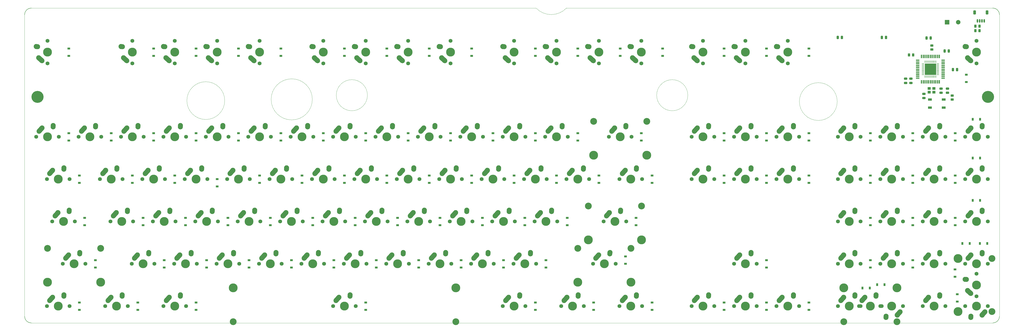
<source format=gbs>
%TF.GenerationSoftware,KiCad,Pcbnew,5.99.0-unknown-ae51e60f70~131~ubuntu21.10.1*%
%TF.CreationDate,2021-09-28T20:20:33-04:00*%
%TF.ProjectId,aek,61656b2e-6b69-4636-9164-5f7063625858,rev?*%
%TF.SameCoordinates,Original*%
%TF.FileFunction,Soldermask,Bot*%
%TF.FilePolarity,Negative*%
%FSLAX46Y46*%
G04 Gerber Fmt 4.6, Leading zero omitted, Abs format (unit mm)*
G04 Created by KiCad (PCBNEW 5.99.0-unknown-ae51e60f70~131~ubuntu21.10.1) date 2021-09-28 20:20:33*
%MOMM*%
%LPD*%
G01*
G04 APERTURE LIST*
G04 Aperture macros list*
%AMRoundRect*
0 Rectangle with rounded corners*
0 $1 Rounding radius*
0 $2 $3 $4 $5 $6 $7 $8 $9 X,Y pos of 4 corners*
0 Add a 4 corners polygon primitive as box body*
4,1,4,$2,$3,$4,$5,$6,$7,$8,$9,$2,$3,0*
0 Add four circle primitives for the rounded corners*
1,1,$1+$1,$2,$3*
1,1,$1+$1,$4,$5*
1,1,$1+$1,$6,$7*
1,1,$1+$1,$8,$9*
0 Add four rect primitives between the rounded corners*
20,1,$1+$1,$2,$3,$4,$5,0*
20,1,$1+$1,$4,$5,$6,$7,0*
20,1,$1+$1,$6,$7,$8,$9,0*
20,1,$1+$1,$8,$9,$2,$3,0*%
%AMHorizOval*
0 Thick line with rounded ends*
0 $1 width*
0 $2 $3 position (X,Y) of the first rounded end (center of the circle)*
0 $4 $5 position (X,Y) of the second rounded end (center of the circle)*
0 Add line between two ends*
20,1,$1,$2,$3,$4,$5,0*
0 Add two circle primitives to create the rounded ends*
1,1,$1,$2,$3*
1,1,$1,$4,$5*%
G04 Aperture macros list end*
%TA.AperFunction,Profile*%
%ADD10C,0.150000*%
%TD*%
%TA.AperFunction,Profile*%
%ADD11C,0.050000*%
%TD*%
%ADD12C,5.400000*%
%ADD13C,3.987800*%
%ADD14C,1.750000*%
%ADD15HorizOval,2.250000X0.655001X0.730000X-0.655001X-0.730000X0*%
%ADD16C,2.250000*%
%ADD17HorizOval,2.250000X0.020000X0.290000X-0.020000X-0.290000X0*%
%ADD18C,3.048000*%
%ADD19HorizOval,2.250000X-0.730000X0.655001X0.730000X-0.655001X0*%
%ADD20HorizOval,2.250000X-0.290000X0.020000X0.290000X-0.020000X0*%
%ADD21HorizOval,2.250000X-0.655001X-0.730000X0.655001X0.730000X0*%
%ADD22HorizOval,2.250000X-0.020000X-0.290000X0.020000X0.290000X0*%
%ADD23R,1.200000X0.900000*%
%ADD24RoundRect,0.250000X0.250000X0.475000X-0.250000X0.475000X-0.250000X-0.475000X0.250000X-0.475000X0*%
%ADD25RoundRect,0.250000X-0.450000X0.262500X-0.450000X-0.262500X0.450000X-0.262500X0.450000X0.262500X0*%
%ADD26R,1.800000X1.100000*%
%ADD27RoundRect,0.250000X-0.475000X0.250000X-0.475000X-0.250000X0.475000X-0.250000X0.475000X0.250000X0*%
%ADD28RoundRect,0.250000X-0.250000X-0.475000X0.250000X-0.475000X0.250000X0.475000X-0.250000X0.475000X0*%
%ADD29RoundRect,0.250000X0.475000X-0.250000X0.475000X0.250000X-0.475000X0.250000X-0.475000X-0.250000X0*%
%ADD30R,0.900000X1.200000*%
%ADD31RoundRect,0.150000X-0.150000X-0.625000X0.150000X-0.625000X0.150000X0.625000X-0.150000X0.625000X0*%
%ADD32RoundRect,0.250000X-0.350000X-0.650000X0.350000X-0.650000X0.350000X0.650000X-0.350000X0.650000X0*%
%ADD33RoundRect,0.250000X0.450000X-0.262500X0.450000X0.262500X-0.450000X0.262500X-0.450000X-0.262500X0*%
%ADD34RoundRect,0.250000X0.262500X0.450000X-0.262500X0.450000X-0.262500X-0.450000X0.262500X-0.450000X0*%
%ADD35R,1.500000X0.550000*%
%ADD36RoundRect,0.062500X0.475000X0.062500X-0.475000X0.062500X-0.475000X-0.062500X0.475000X-0.062500X0*%
%ADD37RoundRect,0.062500X0.062500X0.475000X-0.062500X0.475000X-0.062500X-0.475000X0.062500X-0.475000X0*%
%ADD38R,0.550000X1.500000*%
%ADD39R,5.200000X5.200000*%
%ADD40R,1.400000X1.200000*%
%ADD41RoundRect,0.250000X-0.262500X-0.450000X0.262500X-0.450000X0.262500X0.450000X-0.262500X0.450000X0*%
%ADD42R,2.000000X2.000000*%
%ADD43C,2.000000*%
G04 APERTURE END LIST*
D10*
X456882500Y-153432000D02*
G75*
G02*
X453834500Y-156480000I-3048000J0D01*
G01*
X18986500Y-17780000D02*
G75*
G02*
X22034500Y-14732000I3048000J0D01*
G01*
X22034500Y-156480000D02*
G75*
G02*
X18986500Y-153432000I0J3048000D01*
G01*
D11*
X22034500Y-156480000D02*
X453834500Y-156480000D01*
X456882500Y-153432000D02*
X456882500Y-17780000D01*
X18986500Y-17780000D02*
X18986500Y-153432000D01*
X172986500Y-53980000D02*
G75*
G03*
X172986500Y-53980000I-7000000J0D01*
G01*
X148236500Y-55850000D02*
G75*
G03*
X148236500Y-55850000I-9250000J0D01*
G01*
X248692001Y-14731999D02*
X22034500Y-14732000D01*
X262407999Y-14731999D02*
X453834500Y-14732000D01*
X108885512Y-56400000D02*
G75*
G03*
X108885512Y-56400000I-8500000J0D01*
G01*
X262407998Y-14731999D02*
G75*
G02*
X248692001Y-14731999I-6857998J6496633D01*
G01*
X316886500Y-53980000D02*
G75*
G03*
X316886500Y-53980000I-7000000J0D01*
G01*
X383985512Y-56830000D02*
G75*
G03*
X383985512Y-56830000I-8500000J0D01*
G01*
D10*
X453834500Y-14732000D02*
G75*
G02*
X456882500Y-17780000I0J-3048000D01*
G01*
D12*
%TO.C,H2*%
X451698000Y-54734000D03*
%TD*%
D13*
%TO.C,SW_0*%
X219837000Y-72707500D03*
D14*
X224917000Y-72707500D03*
X214757000Y-72707500D03*
D15*
X216682001Y-69437500D03*
D16*
X217337000Y-68707500D03*
X222377000Y-67627500D03*
D17*
X222357000Y-67917500D03*
%TD*%
D13*
%TO.C,SW_1*%
X48387000Y-72707500D03*
D14*
X43307000Y-72707500D03*
X53467000Y-72707500D03*
D15*
X45232001Y-69437500D03*
D16*
X45887000Y-68707500D03*
X50927000Y-67627500D03*
D17*
X50907000Y-67917500D03*
%TD*%
D13*
%TO.C,SW_2*%
X67437000Y-72707500D03*
D14*
X62357000Y-72707500D03*
X72517000Y-72707500D03*
D16*
X64937000Y-68707500D03*
D15*
X64282001Y-69437500D03*
D17*
X69957000Y-67917500D03*
D16*
X69977000Y-67627500D03*
%TD*%
D14*
%TO.C,SW_3*%
X81407000Y-72707500D03*
D13*
X86487000Y-72707500D03*
D14*
X91567000Y-72707500D03*
D15*
X83332001Y-69437500D03*
D16*
X83987000Y-68707500D03*
X89027000Y-67627500D03*
D17*
X89007000Y-67917500D03*
%TD*%
D13*
%TO.C,SW_6*%
X143637000Y-72707500D03*
D14*
X138557000Y-72707500D03*
X148717000Y-72707500D03*
D15*
X140482001Y-69437500D03*
D16*
X141137000Y-68707500D03*
D17*
X146157000Y-67917500D03*
D16*
X146177000Y-67627500D03*
%TD*%
D14*
%TO.C,SW_7*%
X167767000Y-72707500D03*
D13*
X162687000Y-72707500D03*
D14*
X157607000Y-72707500D03*
D15*
X159532001Y-69437500D03*
D16*
X160187000Y-68707500D03*
X165227000Y-67627500D03*
D17*
X165207000Y-67917500D03*
%TD*%
D13*
%TO.C,SW_8*%
X181737000Y-72707500D03*
D14*
X186817000Y-72707500D03*
X176657000Y-72707500D03*
D15*
X178582001Y-69437500D03*
D16*
X179237000Y-68707500D03*
X184277000Y-67627500D03*
D17*
X184257000Y-67917500D03*
%TD*%
D14*
%TO.C,SW_9*%
X195707000Y-72707500D03*
D13*
X200787000Y-72707500D03*
D14*
X205867000Y-72707500D03*
D16*
X198287000Y-68707500D03*
D15*
X197632001Y-69437500D03*
D16*
X203327000Y-67627500D03*
D17*
X203307000Y-67917500D03*
%TD*%
D13*
%TO.C,SW_A1*%
X62674500Y-110807500D03*
D14*
X67754500Y-110807500D03*
X57594500Y-110807500D03*
D16*
X60174500Y-106807500D03*
D15*
X59519501Y-107537500D03*
D17*
X65194500Y-106017500D03*
D16*
X65214500Y-105727500D03*
%TD*%
D14*
%TO.C,SW_APOS1*%
X258254500Y-110807500D03*
D13*
X253174500Y-110807500D03*
D14*
X248094500Y-110807500D03*
D16*
X250674500Y-106807500D03*
D15*
X250019501Y-107537500D03*
D17*
X255694500Y-106017500D03*
D16*
X255714500Y-105727500D03*
%TD*%
D14*
%TO.C,SW_B1*%
X153479500Y-129857500D03*
X143319500Y-129857500D03*
D13*
X148399500Y-129857500D03*
D16*
X145899500Y-125857500D03*
D15*
X145244501Y-126587500D03*
D17*
X150919500Y-125067500D03*
D16*
X150939500Y-124777500D03*
%TD*%
D14*
%TO.C,SW_BACKSP1*%
X291592000Y-72707500D03*
D18*
X274574000Y-65722500D03*
D13*
X274574000Y-80962500D03*
X286512000Y-72707500D03*
D14*
X281432000Y-72707500D03*
D18*
X298450000Y-65722500D03*
D13*
X298450000Y-80962500D03*
D16*
X284012000Y-68707500D03*
D15*
X283357001Y-69437500D03*
D17*
X289032000Y-67917500D03*
D16*
X289052000Y-67627500D03*
%TD*%
D14*
%TO.C,SW_BKSLS1*%
X296354500Y-91757500D03*
D13*
X291274500Y-91757500D03*
D14*
X286194500Y-91757500D03*
D16*
X288774500Y-87757500D03*
D15*
X288119501Y-88487500D03*
D17*
X293794500Y-86967500D03*
D16*
X293814500Y-86677500D03*
%TD*%
D14*
%TO.C,SW_C1*%
X115379500Y-129857500D03*
X105219500Y-129857500D03*
D13*
X110299500Y-129857500D03*
D16*
X107799500Y-125857500D03*
D15*
X107144501Y-126587500D03*
D16*
X112839500Y-124777500D03*
D17*
X112819500Y-125067500D03*
%TD*%
D14*
%TO.C,SW_CAP1*%
X41560750Y-110807500D03*
D13*
X36480750Y-110807500D03*
D14*
X31400750Y-110807500D03*
D16*
X33980750Y-106807500D03*
D15*
X33325751Y-107537500D03*
D17*
X39000750Y-106017500D03*
D16*
X39020750Y-105727500D03*
%TD*%
D13*
%TO.C,SW_COLON1*%
X234124500Y-110807500D03*
D14*
X229044500Y-110807500D03*
X239204500Y-110807500D03*
D15*
X230969501Y-107537500D03*
D16*
X231624500Y-106807500D03*
X236664500Y-105727500D03*
D17*
X236644500Y-106017500D03*
%TD*%
D13*
%TO.C,SW_COMMA1*%
X205549500Y-129857500D03*
D14*
X200469500Y-129857500D03*
X210629500Y-129857500D03*
D16*
X203049500Y-125857500D03*
D15*
X202394501Y-126587500D03*
D16*
X208089500Y-124777500D03*
D17*
X208069500Y-125067500D03*
%TD*%
D14*
%TO.C,SW_D1*%
X95694500Y-110807500D03*
D13*
X100774500Y-110807500D03*
D14*
X105854500Y-110807500D03*
D15*
X97619501Y-107537500D03*
D16*
X98274500Y-106807500D03*
D17*
X103294500Y-106017500D03*
D16*
X103314500Y-105727500D03*
%TD*%
D13*
%TO.C,SW_DEL1*%
X323659500Y-91757500D03*
D14*
X328739500Y-91757500D03*
X318579500Y-91757500D03*
D15*
X320504501Y-88487500D03*
D16*
X321159500Y-87757500D03*
D17*
X326179500Y-86967500D03*
D16*
X326199500Y-86677500D03*
%TD*%
D14*
%TO.C,SW_DOWN1*%
X337629500Y-148907500D03*
X347789500Y-148907500D03*
D13*
X342709500Y-148907500D03*
D16*
X340209500Y-144907500D03*
D15*
X339554501Y-145637500D03*
D17*
X345229500Y-144117500D03*
D16*
X345249500Y-143827500D03*
%TD*%
D13*
%TO.C,SW_E1*%
X96012000Y-91757500D03*
D14*
X90932000Y-91757500D03*
X101092000Y-91757500D03*
D16*
X93512000Y-87757500D03*
D15*
X92857001Y-88487500D03*
D17*
X98532000Y-86967500D03*
D16*
X98552000Y-86677500D03*
%TD*%
D14*
%TO.C,SW_END1*%
X347789500Y-91757500D03*
D13*
X342709500Y-91757500D03*
D14*
X337629500Y-91757500D03*
D16*
X340209500Y-87757500D03*
D15*
X339554501Y-88487500D03*
D16*
X345249500Y-86677500D03*
D17*
X345229500Y-86967500D03*
%TD*%
D18*
%TO.C,SW_ENTER1*%
X272192750Y-103822500D03*
D14*
X279050750Y-110807500D03*
D13*
X284130750Y-110807500D03*
X296068750Y-119062500D03*
D18*
X296068750Y-103822500D03*
D14*
X289210750Y-110807500D03*
D13*
X272192750Y-119062500D03*
D16*
X281630750Y-106807500D03*
D15*
X280975751Y-107537500D03*
D16*
X286670750Y-105727500D03*
D17*
X286650750Y-106017500D03*
%TD*%
D14*
%TO.C,SW_EQ1*%
X252857000Y-72707500D03*
D13*
X257937000Y-72707500D03*
D14*
X263017000Y-72707500D03*
D15*
X254782001Y-69437500D03*
D16*
X255437000Y-68707500D03*
X260477000Y-67627500D03*
D17*
X260457000Y-67917500D03*
%TD*%
D13*
%TO.C,SW_ESC1*%
X29337000Y-34607500D03*
D14*
X29337000Y-29527500D03*
X29337000Y-39687500D03*
D16*
X25337000Y-37107500D03*
D19*
X26067000Y-37762499D03*
D16*
X24257000Y-32067500D03*
D20*
X24547000Y-32087500D03*
%TD*%
D13*
%TO.C,SW_F1*%
X67437000Y-34607500D03*
D14*
X67437000Y-39687500D03*
X67437000Y-29527500D03*
D16*
X63437000Y-37107500D03*
D19*
X64167000Y-37762499D03*
D20*
X62647000Y-32087500D03*
D16*
X62357000Y-32067500D03*
%TD*%
D14*
%TO.C,SW_F2*%
X86487000Y-29527500D03*
X86487000Y-39687500D03*
D13*
X86487000Y-34607500D03*
D16*
X82487000Y-37107500D03*
D19*
X83217000Y-37762499D03*
D16*
X81407000Y-32067500D03*
D20*
X81697000Y-32087500D03*
%TD*%
D14*
%TO.C,SW_F3*%
X105537000Y-29527500D03*
X105537000Y-39687500D03*
D13*
X105537000Y-34607500D03*
D16*
X101537000Y-37107500D03*
D19*
X102267000Y-37762499D03*
D16*
X100457000Y-32067500D03*
D20*
X100747000Y-32087500D03*
%TD*%
D14*
%TO.C,SW_F4*%
X124587000Y-39687500D03*
D13*
X124587000Y-34607500D03*
D14*
X124587000Y-29527500D03*
D16*
X120587000Y-37107500D03*
D19*
X121317000Y-37762499D03*
D20*
X119797000Y-32087500D03*
D16*
X119507000Y-32067500D03*
%TD*%
D14*
%TO.C,SW_F5*%
X153162000Y-39687500D03*
D13*
X153162000Y-34607500D03*
D14*
X153162000Y-29527500D03*
D16*
X149162000Y-37107500D03*
D19*
X149892000Y-37762499D03*
D20*
X148372000Y-32087500D03*
D16*
X148082000Y-32067500D03*
%TD*%
D13*
%TO.C,SW_F6*%
X172212000Y-34607500D03*
D14*
X172212000Y-39687500D03*
X172212000Y-29527500D03*
D16*
X168212000Y-37107500D03*
D19*
X168942000Y-37762499D03*
D20*
X167422000Y-32087500D03*
D16*
X167132000Y-32067500D03*
%TD*%
D14*
%TO.C,SW_F7*%
X191262000Y-29527500D03*
X191262000Y-39687500D03*
D13*
X191262000Y-34607500D03*
D16*
X187262000Y-37107500D03*
D19*
X187992000Y-37762499D03*
D16*
X186182000Y-32067500D03*
D20*
X186472000Y-32087500D03*
%TD*%
D14*
%TO.C,SW_F8*%
X210312000Y-39687500D03*
D13*
X210312000Y-34607500D03*
D14*
X210312000Y-29527500D03*
D19*
X207042000Y-37762499D03*
D16*
X206312000Y-37107500D03*
D20*
X205522000Y-32087500D03*
D16*
X205232000Y-32067500D03*
%TD*%
D14*
%TO.C,SW_F9*%
X238887000Y-29527500D03*
D13*
X238887000Y-34607500D03*
D14*
X238887000Y-39687500D03*
D19*
X235617000Y-37762499D03*
D16*
X234887000Y-37107500D03*
D20*
X234097000Y-32087500D03*
D16*
X233807000Y-32067500D03*
%TD*%
D14*
%TO.C,SW_F10*%
X257937000Y-29527500D03*
D13*
X257937000Y-34607500D03*
D14*
X257937000Y-39687500D03*
D16*
X253937000Y-37107500D03*
D19*
X254667000Y-37762499D03*
D20*
X253147000Y-32087500D03*
D16*
X252857000Y-32067500D03*
%TD*%
D14*
%TO.C,SW_F11*%
X276987000Y-39687500D03*
X276987000Y-29527500D03*
D13*
X276987000Y-34607500D03*
D16*
X272987000Y-37107500D03*
D19*
X273717000Y-37762499D03*
D16*
X271907000Y-32067500D03*
D20*
X272197000Y-32087500D03*
%TD*%
D13*
%TO.C,SW_F12*%
X296037000Y-34607500D03*
D14*
X296037000Y-39687500D03*
X296037000Y-29527500D03*
D16*
X292037000Y-37107500D03*
D19*
X292767000Y-37762499D03*
D16*
X290957000Y-32067500D03*
D20*
X291247000Y-32087500D03*
%TD*%
D14*
%TO.C,SW_F13*%
X114744500Y-110807500D03*
X124904500Y-110807500D03*
D13*
X119824500Y-110807500D03*
D16*
X117324500Y-106807500D03*
D15*
X116669501Y-107537500D03*
D16*
X122364500Y-105727500D03*
D17*
X122344500Y-106017500D03*
%TD*%
D14*
%TO.C,SW_G1*%
X143954500Y-110807500D03*
X133794500Y-110807500D03*
D13*
X138874500Y-110807500D03*
D15*
X135719501Y-107537500D03*
D16*
X136374500Y-106807500D03*
X141414500Y-105727500D03*
D17*
X141394500Y-106017500D03*
%TD*%
D13*
%TO.C,SW_H1*%
X157924500Y-110807500D03*
D14*
X163004500Y-110807500D03*
X152844500Y-110807500D03*
D16*
X155424500Y-106807500D03*
D15*
X154769501Y-107537500D03*
D17*
X160444500Y-106017500D03*
D16*
X160464500Y-105727500D03*
%TD*%
D14*
%TO.C,SW_HOME1*%
X337629500Y-72707500D03*
D13*
X342709500Y-72707500D03*
D14*
X347789500Y-72707500D03*
D16*
X340209500Y-68707500D03*
D15*
X339554501Y-69437500D03*
D17*
X345229500Y-67917500D03*
D16*
X345249500Y-67627500D03*
%TD*%
D13*
%TO.C,SW_I1*%
X191262000Y-91757500D03*
D14*
X196342000Y-91757500D03*
X186182000Y-91757500D03*
D15*
X188107001Y-88487500D03*
D16*
X188762000Y-87757500D03*
D17*
X193782000Y-86967500D03*
D16*
X193802000Y-86677500D03*
%TD*%
D14*
%TO.C,SW_INS1*%
X318579500Y-72707500D03*
D13*
X323659500Y-72707500D03*
D14*
X328739500Y-72707500D03*
D15*
X320504501Y-69437500D03*
D16*
X321159500Y-68707500D03*
X326199500Y-67627500D03*
D17*
X326179500Y-67917500D03*
%TD*%
D14*
%TO.C,SW_J1*%
X171894500Y-110807500D03*
D13*
X176974500Y-110807500D03*
D14*
X182054500Y-110807500D03*
D16*
X174474500Y-106807500D03*
D15*
X173819501Y-107537500D03*
D17*
X179494500Y-106017500D03*
D16*
X179514500Y-105727500D03*
%TD*%
D14*
%TO.C,SW_K1*%
X201104500Y-110807500D03*
X190944500Y-110807500D03*
D13*
X196024500Y-110807500D03*
D15*
X192869501Y-107537500D03*
D16*
X193524500Y-106807500D03*
X198564500Y-105727500D03*
D17*
X198544500Y-106017500D03*
%TD*%
D18*
%TO.C,SW_KP0*%
X410845000Y-155892500D03*
D14*
X393827000Y-148907500D03*
D13*
X386969000Y-140652500D03*
X398907000Y-148907500D03*
D14*
X403987000Y-148907500D03*
D13*
X410845000Y-140652500D03*
D18*
X386969000Y-155892500D03*
D16*
X396407000Y-144907500D03*
D15*
X395752001Y-145637500D03*
D17*
X401427000Y-144117500D03*
D16*
X401447000Y-143827500D03*
%TD*%
D13*
%TO.C,SW_KP1*%
X389382000Y-129857500D03*
D14*
X384302000Y-129857500D03*
X394462000Y-129857500D03*
D16*
X386882000Y-125857500D03*
D15*
X386227001Y-126587500D03*
D17*
X391902000Y-125067500D03*
D16*
X391922000Y-124777500D03*
%TD*%
D14*
%TO.C,SW_KP2*%
X413512000Y-129857500D03*
D13*
X408432000Y-129857500D03*
D14*
X403352000Y-129857500D03*
D16*
X405932000Y-125857500D03*
D15*
X405277001Y-126587500D03*
D16*
X410972000Y-124777500D03*
D17*
X410952000Y-125067500D03*
%TD*%
D14*
%TO.C,SW_KP3*%
X432562000Y-129857500D03*
X422402000Y-129857500D03*
D13*
X427482000Y-129857500D03*
D15*
X424327001Y-126587500D03*
D16*
X424982000Y-125857500D03*
D17*
X430002000Y-125067500D03*
D16*
X430022000Y-124777500D03*
%TD*%
D14*
%TO.C,SW_KP4*%
X384302000Y-110807500D03*
D13*
X389382000Y-110807500D03*
D14*
X394462000Y-110807500D03*
D15*
X386227001Y-107537500D03*
D16*
X386882000Y-106807500D03*
X391922000Y-105727500D03*
D17*
X391902000Y-106017500D03*
%TD*%
D14*
%TO.C,SW_KP5*%
X413512000Y-110807500D03*
D13*
X408432000Y-110807500D03*
D14*
X403352000Y-110807500D03*
D16*
X405932000Y-106807500D03*
D15*
X405277001Y-107537500D03*
D17*
X410952000Y-106017500D03*
D16*
X410972000Y-105727500D03*
%TD*%
D14*
%TO.C,SW_KP6*%
X432562000Y-110807500D03*
X422402000Y-110807500D03*
D13*
X427482000Y-110807500D03*
D16*
X424982000Y-106807500D03*
D15*
X424327001Y-107537500D03*
D16*
X430022000Y-105727500D03*
D17*
X430002000Y-106017500D03*
%TD*%
D14*
%TO.C,SW_KP7*%
X384302000Y-91757500D03*
D13*
X389382000Y-91757500D03*
D14*
X394462000Y-91757500D03*
D15*
X386227001Y-88487500D03*
D16*
X386882000Y-87757500D03*
D17*
X391902000Y-86967500D03*
D16*
X391922000Y-86677500D03*
%TD*%
D13*
%TO.C,SW_KP8*%
X408432000Y-91757500D03*
D14*
X413512000Y-91757500D03*
X403352000Y-91757500D03*
D15*
X405277001Y-88487500D03*
D16*
X405932000Y-87757500D03*
X410972000Y-86677500D03*
D17*
X410952000Y-86967500D03*
%TD*%
D14*
%TO.C,SW_KP9*%
X422402000Y-91757500D03*
D13*
X427482000Y-91757500D03*
D14*
X432562000Y-91757500D03*
D16*
X424982000Y-87757500D03*
D15*
X424327001Y-88487500D03*
D17*
X430002000Y-86967500D03*
D16*
X430022000Y-86677500D03*
%TD*%
D13*
%TO.C,SW_KPASTR1*%
X446532000Y-72707500D03*
D14*
X441452000Y-72707500D03*
X451612000Y-72707500D03*
D15*
X443377001Y-69437500D03*
D16*
X444032000Y-68707500D03*
D17*
X449052000Y-67917500D03*
D16*
X449072000Y-67627500D03*
%TD*%
D13*
%TO.C,SW_KPENTER1*%
X446532000Y-139382500D03*
D14*
X446532000Y-134302500D03*
D13*
X438277000Y-151320500D03*
D14*
X446532000Y-144462500D03*
D13*
X438277000Y-127444500D03*
D18*
X453517000Y-127444500D03*
X453517000Y-151320500D03*
D16*
X442532000Y-141882500D03*
D19*
X443262000Y-142537499D03*
D16*
X441452000Y-136842500D03*
D20*
X441742000Y-136862500D03*
%TD*%
D14*
%TO.C,SW_KPEQ1*%
X413512000Y-72707500D03*
D13*
X408432000Y-72707500D03*
D14*
X403352000Y-72707500D03*
D15*
X405277001Y-69437500D03*
D16*
X405932000Y-68707500D03*
X410972000Y-67627500D03*
D17*
X410952000Y-67917500D03*
%TD*%
D14*
%TO.C,SW_KPMINUS1*%
X441452000Y-91757500D03*
D13*
X446532000Y-91757500D03*
D14*
X451612000Y-91757500D03*
D16*
X444032000Y-87757500D03*
D15*
X443377001Y-88487500D03*
D16*
X449072000Y-86677500D03*
D17*
X449052000Y-86967500D03*
%TD*%
D14*
%TO.C,SW_KPPER1*%
X422402000Y-148907500D03*
D13*
X427482000Y-148907500D03*
D14*
X432562000Y-148907500D03*
D16*
X424982000Y-144907500D03*
D15*
X424327001Y-145637500D03*
D16*
X430022000Y-143827500D03*
D17*
X430002000Y-144117500D03*
%TD*%
D13*
%TO.C,SW_KPPLUS1*%
X446532000Y-110807500D03*
D14*
X441452000Y-110807500D03*
X451612000Y-110807500D03*
D16*
X444032000Y-106807500D03*
D15*
X443377001Y-107537500D03*
D17*
X449052000Y-106017500D03*
D16*
X449072000Y-105727500D03*
%TD*%
D14*
%TO.C,SW_L1*%
X220154500Y-110807500D03*
X209994500Y-110807500D03*
D13*
X215074500Y-110807500D03*
D15*
X211919501Y-107537500D03*
D16*
X212574500Y-106807500D03*
X217614500Y-105727500D03*
D17*
X217594500Y-106017500D03*
%TD*%
D14*
%TO.C,SW_LALT1*%
X81407000Y-148907500D03*
D13*
X86487000Y-148907500D03*
D14*
X91567000Y-148907500D03*
D15*
X83332001Y-145637500D03*
D16*
X83987000Y-144907500D03*
X89027000Y-143827500D03*
D17*
X89007000Y-144117500D03*
%TD*%
D14*
%TO.C,SW_LBRAC1*%
X253492000Y-91757500D03*
X243332000Y-91757500D03*
D13*
X248412000Y-91757500D03*
D15*
X245257001Y-88487500D03*
D16*
X245912000Y-87757500D03*
D17*
X250932000Y-86967500D03*
D16*
X250952000Y-86677500D03*
%TD*%
D14*
%TO.C,SW_LCTR1*%
X29019500Y-148907500D03*
X39179500Y-148907500D03*
D13*
X34099500Y-148907500D03*
D16*
X31599500Y-144907500D03*
D15*
X30944501Y-145637500D03*
D17*
X36619500Y-144117500D03*
D16*
X36639500Y-143827500D03*
%TD*%
D13*
%TO.C,SW_LEFT1*%
X323659500Y-148907500D03*
D14*
X328739500Y-148907500D03*
X318579500Y-148907500D03*
D16*
X321159500Y-144907500D03*
D15*
X320504501Y-145637500D03*
D17*
X326179500Y-144117500D03*
D16*
X326199500Y-143827500D03*
%TD*%
D13*
%TO.C,SW_LMOD1*%
X60293250Y-148907500D03*
D14*
X65373250Y-148907500D03*
X55213250Y-148907500D03*
D15*
X57138251Y-145637500D03*
D16*
X57793250Y-144907500D03*
X62833250Y-143827500D03*
D17*
X62813250Y-144117500D03*
%TD*%
D18*
%TO.C,SW_LSH1*%
X29305250Y-122872500D03*
X53181250Y-122872500D03*
D14*
X36163250Y-129857500D03*
D13*
X41243250Y-129857500D03*
D14*
X46323250Y-129857500D03*
D13*
X53181250Y-138112500D03*
X29305250Y-138112500D03*
D15*
X38088251Y-126587500D03*
D16*
X38743250Y-125857500D03*
X43783250Y-124777500D03*
D17*
X43763250Y-125067500D03*
%TD*%
D14*
%TO.C,SW_M1*%
X191579500Y-129857500D03*
D13*
X186499500Y-129857500D03*
D14*
X181419500Y-129857500D03*
D16*
X183999500Y-125857500D03*
D15*
X183344501Y-126587500D03*
D16*
X189039500Y-124777500D03*
D17*
X189019500Y-125067500D03*
%TD*%
D13*
%TO.C,SW_MINUS1*%
X238887000Y-72707500D03*
D14*
X233807000Y-72707500D03*
X243967000Y-72707500D03*
D16*
X236387000Y-68707500D03*
D15*
X235732001Y-69437500D03*
D17*
X241407000Y-67917500D03*
D16*
X241427000Y-67627500D03*
%TD*%
D14*
%TO.C,SW_N1*%
X162369500Y-129857500D03*
X172529500Y-129857500D03*
D13*
X167449500Y-129857500D03*
D15*
X164294501Y-126587500D03*
D16*
X164949500Y-125857500D03*
D17*
X169969500Y-125067500D03*
D16*
X169989500Y-124777500D03*
%TD*%
D14*
%TO.C,SW_O1*%
X205232000Y-91757500D03*
X215392000Y-91757500D03*
D13*
X210312000Y-91757500D03*
D16*
X207812000Y-87757500D03*
D15*
X207157001Y-88487500D03*
D17*
X212832000Y-86967500D03*
D16*
X212852000Y-86677500D03*
%TD*%
D14*
%TO.C,SW_P1*%
X234442000Y-91757500D03*
X224282000Y-91757500D03*
D13*
X229362000Y-91757500D03*
D16*
X226862000Y-87757500D03*
D15*
X226207001Y-88487500D03*
D17*
X231882000Y-86967500D03*
D16*
X231902000Y-86677500D03*
%TD*%
D13*
%TO.C,SW_PAUSE1*%
X361759500Y-34607500D03*
D14*
X361759500Y-29527500D03*
X361759500Y-39687500D03*
D16*
X357759500Y-37107500D03*
D19*
X358489500Y-37762499D03*
D20*
X356969500Y-32087500D03*
D16*
X356679500Y-32067500D03*
%TD*%
D14*
%TO.C,SW_PERIOD1*%
X229679500Y-129857500D03*
X219519500Y-129857500D03*
D13*
X224599500Y-129857500D03*
D16*
X222099500Y-125857500D03*
D15*
X221444501Y-126587500D03*
D17*
X227119500Y-125067500D03*
D16*
X227139500Y-124777500D03*
%TD*%
D13*
%TO.C,SW_PGDN1*%
X361759500Y-91757500D03*
D14*
X356679500Y-91757500D03*
X366839500Y-91757500D03*
D15*
X358604501Y-88487500D03*
D16*
X359259500Y-87757500D03*
D17*
X364279500Y-86967500D03*
D16*
X364299500Y-86677500D03*
%TD*%
D13*
%TO.C,SW_PGUP1*%
X361759500Y-72707500D03*
D14*
X356679500Y-72707500D03*
X366839500Y-72707500D03*
D16*
X359259500Y-68707500D03*
D15*
X358604501Y-69437500D03*
D17*
X364279500Y-67917500D03*
D16*
X364299500Y-67627500D03*
%TD*%
D14*
%TO.C,SW_POW1*%
X446532000Y-39687500D03*
X446532000Y-29527500D03*
D13*
X446532000Y-34607500D03*
D16*
X442532000Y-37107500D03*
D19*
X443262000Y-37762499D03*
D20*
X441742000Y-32087500D03*
D16*
X441452000Y-32067500D03*
%TD*%
D13*
%TO.C,SW_PRSC1*%
X323659500Y-34607500D03*
D14*
X323659500Y-39687500D03*
X323659500Y-29527500D03*
D19*
X320389500Y-37762499D03*
D16*
X319659500Y-37107500D03*
X318579500Y-32067500D03*
D20*
X318869500Y-32087500D03*
%TD*%
D14*
%TO.C,SW_Q1*%
X62992000Y-91757500D03*
X52832000Y-91757500D03*
D13*
X57912000Y-91757500D03*
D15*
X54757001Y-88487500D03*
D16*
X55412000Y-87757500D03*
X60452000Y-86677500D03*
D17*
X60432000Y-86967500D03*
%TD*%
D14*
%TO.C,SW_R1*%
X120142000Y-91757500D03*
D13*
X115062000Y-91757500D03*
D14*
X109982000Y-91757500D03*
D15*
X111907001Y-88487500D03*
D16*
X112562000Y-87757500D03*
D17*
X117582000Y-86967500D03*
D16*
X117602000Y-86677500D03*
%TD*%
D14*
%TO.C,SW_RALT1*%
X243967000Y-148907500D03*
X233807000Y-148907500D03*
D13*
X238887000Y-148907500D03*
D16*
X236387000Y-144907500D03*
D15*
X235732001Y-145637500D03*
D17*
X241407000Y-144117500D03*
D16*
X241427000Y-143827500D03*
%TD*%
D14*
%TO.C,SW_RBRAC1*%
X262382000Y-91757500D03*
X272542000Y-91757500D03*
D13*
X267462000Y-91757500D03*
D16*
X264962000Y-87757500D03*
D15*
X264307001Y-88487500D03*
D17*
X269982000Y-86967500D03*
D16*
X270002000Y-86677500D03*
%TD*%
D14*
%TO.C,SW_RCTR1*%
X296354500Y-148907500D03*
D13*
X291274500Y-148907500D03*
D14*
X286194500Y-148907500D03*
D16*
X288774500Y-144907500D03*
D15*
X288119501Y-145637500D03*
D17*
X293794500Y-144117500D03*
D16*
X293814500Y-143827500D03*
%TD*%
D14*
%TO.C,SW_RIGHT1*%
X356679500Y-148907500D03*
D13*
X361759500Y-148907500D03*
D14*
X366839500Y-148907500D03*
D15*
X358604501Y-145637500D03*
D16*
X359259500Y-144907500D03*
X364299500Y-143827500D03*
D17*
X364279500Y-144117500D03*
%TD*%
D13*
%TO.C,SW_RMOD1*%
X265080750Y-148907500D03*
D14*
X270160750Y-148907500D03*
X260000750Y-148907500D03*
D16*
X262580750Y-144907500D03*
D15*
X261925751Y-145637500D03*
D17*
X267600750Y-144117500D03*
D16*
X267620750Y-143827500D03*
%TD*%
D13*
%TO.C,SW_RSH1*%
X279368250Y-129857500D03*
D18*
X291306250Y-122872500D03*
D13*
X291306250Y-138112500D03*
D18*
X267430250Y-122872500D03*
D13*
X267430250Y-138112500D03*
D14*
X274288250Y-129857500D03*
X284448250Y-129857500D03*
D16*
X276868250Y-125857500D03*
D15*
X276213251Y-126587500D03*
D16*
X281908250Y-124777500D03*
D17*
X281888250Y-125067500D03*
%TD*%
D14*
%TO.C,SW_S1*%
X76644500Y-110807500D03*
D13*
X81724500Y-110807500D03*
D14*
X86804500Y-110807500D03*
D15*
X78569501Y-107537500D03*
D16*
X79224500Y-106807500D03*
X84264500Y-105727500D03*
D17*
X84244500Y-106017500D03*
%TD*%
D14*
%TO.C,SW_SCLK1*%
X342709500Y-29527500D03*
D13*
X342709500Y-34607500D03*
D14*
X342709500Y-39687500D03*
D19*
X339439500Y-37762499D03*
D16*
X338709500Y-37107500D03*
D20*
X337919500Y-32087500D03*
D16*
X337629500Y-32067500D03*
%TD*%
D14*
%TO.C,SW_SLASH1*%
X238569500Y-129857500D03*
X248729500Y-129857500D03*
D13*
X243649500Y-129857500D03*
D15*
X240494501Y-126587500D03*
D16*
X241149500Y-125857500D03*
X246189500Y-124777500D03*
D17*
X246169500Y-125067500D03*
%TD*%
D18*
%TO.C,SW_SPACE1*%
X212686900Y-155892500D03*
D13*
X212686900Y-140652500D03*
D14*
X167767000Y-148907500D03*
D13*
X162687000Y-148907500D03*
D18*
X112687100Y-155892500D03*
D14*
X157607000Y-148907500D03*
D13*
X112687100Y-140652500D03*
D16*
X160187000Y-144907500D03*
D15*
X159532001Y-145637500D03*
D17*
X165207000Y-144117500D03*
D16*
X165227000Y-143827500D03*
%TD*%
D13*
%TO.C,SW_T1*%
X134112000Y-91757500D03*
D14*
X129032000Y-91757500D03*
X139192000Y-91757500D03*
D16*
X131612000Y-87757500D03*
D15*
X130957001Y-88487500D03*
D16*
X136652000Y-86677500D03*
D17*
X136632000Y-86967500D03*
%TD*%
D14*
%TO.C,SW_TAB1*%
X39179500Y-91757500D03*
X29019500Y-91757500D03*
D13*
X34099500Y-91757500D03*
D16*
X31599500Y-87757500D03*
D15*
X30944501Y-88487500D03*
D16*
X36639500Y-86677500D03*
D17*
X36619500Y-86967500D03*
%TD*%
D13*
%TO.C,SW_TICK1*%
X29337000Y-72707500D03*
D14*
X34417000Y-72707500D03*
X24257000Y-72707500D03*
D15*
X26182001Y-69437500D03*
D16*
X26837000Y-68707500D03*
X31877000Y-67627500D03*
D17*
X31857000Y-67917500D03*
%TD*%
D14*
%TO.C,SW_U1*%
X177292000Y-91757500D03*
X167132000Y-91757500D03*
D13*
X172212000Y-91757500D03*
D15*
X169057001Y-88487500D03*
D16*
X169712000Y-87757500D03*
X174752000Y-86677500D03*
D17*
X174732000Y-86967500D03*
%TD*%
D13*
%TO.C,SW_UP1*%
X342709500Y-129857500D03*
D14*
X337629500Y-129857500D03*
X347789500Y-129857500D03*
D15*
X339554501Y-126587500D03*
D16*
X340209500Y-125857500D03*
X345249500Y-124777500D03*
D17*
X345229500Y-125067500D03*
%TD*%
D14*
%TO.C,SW_V1*%
X124269500Y-129857500D03*
X134429500Y-129857500D03*
D13*
X129349500Y-129857500D03*
D15*
X126194501Y-126587500D03*
D16*
X126849500Y-125857500D03*
D17*
X131869500Y-125067500D03*
D16*
X131889500Y-124777500D03*
%TD*%
D14*
%TO.C,SW_W1*%
X71882000Y-91757500D03*
D13*
X76962000Y-91757500D03*
D14*
X82042000Y-91757500D03*
D15*
X73807001Y-88487500D03*
D16*
X74462000Y-87757500D03*
X79502000Y-86677500D03*
D17*
X79482000Y-86967500D03*
%TD*%
D14*
%TO.C,SW_X1*%
X86169500Y-129857500D03*
X96329500Y-129857500D03*
D13*
X91249500Y-129857500D03*
D16*
X88749500Y-125857500D03*
D15*
X88094501Y-126587500D03*
D17*
X93769500Y-125067500D03*
D16*
X93789500Y-124777500D03*
%TD*%
D13*
%TO.C,SW_Y1*%
X153162000Y-91757500D03*
D14*
X148082000Y-91757500D03*
X158242000Y-91757500D03*
D15*
X150007001Y-88487500D03*
D16*
X150662000Y-87757500D03*
D17*
X155682000Y-86967500D03*
D16*
X155702000Y-86677500D03*
%TD*%
D14*
%TO.C,SW_Z1*%
X67119500Y-129857500D03*
X77279500Y-129857500D03*
D13*
X72199500Y-129857500D03*
D16*
X69699500Y-125857500D03*
D15*
X69044501Y-126587500D03*
D17*
X74719500Y-125067500D03*
D16*
X74739500Y-124777500D03*
%TD*%
D12*
%TO.C,H1*%
X24800000Y-54734000D03*
%TD*%
D14*
%TO.C,SW_4*%
X110617000Y-72707500D03*
D13*
X105537000Y-72707500D03*
D14*
X100457000Y-72707500D03*
D15*
X102382001Y-69437500D03*
D16*
X103037000Y-68707500D03*
D17*
X108057000Y-67917500D03*
D16*
X108077000Y-67627500D03*
%TD*%
D14*
%TO.C,SW_5*%
X129667000Y-72707500D03*
X119507000Y-72707500D03*
D13*
X124587000Y-72707500D03*
D16*
X122087000Y-68707500D03*
D15*
X121432001Y-69437500D03*
D17*
X127107000Y-67917500D03*
D16*
X127127000Y-67627500D03*
%TD*%
D13*
%TO.C,SW_NUMLK1*%
X389382000Y-72707500D03*
D14*
X384302000Y-72707500D03*
X394462000Y-72707500D03*
D15*
X386227001Y-69437500D03*
D16*
X386882000Y-68707500D03*
D17*
X391902000Y-67917500D03*
D16*
X391922000Y-67627500D03*
%TD*%
D14*
%TO.C,SW_KP0X1*%
X413512000Y-148907500D03*
X403352000Y-148907500D03*
D13*
X408432000Y-148907500D03*
D21*
X411586999Y-152177500D03*
D16*
X410932000Y-152907500D03*
D22*
X405912000Y-153697500D03*
D16*
X405892000Y-153987500D03*
%TD*%
D14*
%TO.C,SW_KPENTERALT1*%
X451612000Y-148907500D03*
X441452000Y-148907500D03*
D13*
X446532000Y-148907500D03*
D16*
X449032000Y-152907500D03*
D21*
X449686999Y-152177500D03*
D16*
X443992000Y-153987500D03*
D22*
X444012000Y-153697500D03*
%TD*%
D13*
%TO.C,SW_KPSLASH1*%
X427482000Y-72707500D03*
D14*
X432562000Y-72707500D03*
X422402000Y-72707500D03*
D15*
X424327001Y-69437500D03*
D16*
X424982000Y-68707500D03*
D17*
X430002000Y-67917500D03*
D16*
X430022000Y-67627500D03*
%TD*%
D14*
%TO.C,SW_KP0ALT1*%
X394462000Y-148907500D03*
D13*
X389382000Y-148907500D03*
D14*
X384302000Y-148907500D03*
D16*
X386882000Y-144907500D03*
D15*
X386227001Y-145637500D03*
D17*
X391902000Y-144117500D03*
D16*
X391922000Y-143827500D03*
%TD*%
D14*
%TO.C,SW_KPENTERX1*%
X451612000Y-129857500D03*
X441452000Y-129857500D03*
D13*
X446532000Y-129857500D03*
D16*
X444032000Y-125857500D03*
D15*
X443377001Y-126587500D03*
D17*
X449052000Y-125067500D03*
D16*
X449072000Y-124777500D03*
%TD*%
D23*
%TO.C,D16*%
X100774500Y-131507500D03*
X100774500Y-128207500D03*
%TD*%
D24*
%TO.C,C8*%
X405892000Y-28016000D03*
X403992000Y-28016000D03*
%TD*%
%TO.C,C9*%
X386080000Y-28016000D03*
X384180000Y-28016000D03*
%TD*%
%TO.C,C10*%
X425958000Y-28194000D03*
X424058000Y-28194000D03*
%TD*%
D25*
%TO.C,R1*%
X426466000Y-31599500D03*
X426466000Y-33424500D03*
%TD*%
D26*
%TO.C,SW1*%
X425600000Y-59580000D03*
X431800000Y-55880000D03*
X425600000Y-55880000D03*
X431800000Y-59580000D03*
%TD*%
D24*
%TO.C,C1*%
X434086000Y-34036000D03*
X432186000Y-34036000D03*
%TD*%
D27*
%TO.C,C2*%
X414686750Y-46548000D03*
X414686750Y-48448000D03*
%TD*%
%TO.C,C5*%
X417068000Y-46548000D03*
X417068000Y-48448000D03*
%TD*%
D28*
%TO.C,C6*%
X435930000Y-42418000D03*
X437830000Y-42418000D03*
%TD*%
D29*
%TO.C,C7*%
X433477000Y-52884500D03*
X433477000Y-50984500D03*
%TD*%
D23*
%TO.C,D1*%
X38862000Y-36257500D03*
X38862000Y-32957500D03*
%TD*%
%TO.C,D2*%
X38862000Y-74357500D03*
X38862000Y-71057500D03*
%TD*%
%TO.C,D3*%
X43624500Y-93407500D03*
X43624500Y-90107500D03*
%TD*%
%TO.C,D4*%
X46005750Y-112457500D03*
X46005750Y-109157500D03*
%TD*%
%TO.C,D5*%
X50768250Y-131507500D03*
X50768250Y-128207500D03*
%TD*%
%TO.C,D6*%
X43624500Y-150557500D03*
X43624500Y-147257500D03*
%TD*%
%TO.C,D7*%
X69818250Y-150557500D03*
X69818250Y-147257500D03*
%TD*%
%TO.C,D8*%
X81724500Y-131507500D03*
X81724500Y-128207500D03*
%TD*%
%TO.C,D9*%
X72199500Y-112457500D03*
X72199500Y-109157500D03*
%TD*%
%TO.C,D10*%
X67437000Y-93407500D03*
X67437000Y-90107500D03*
%TD*%
%TO.C,D11*%
X57912000Y-74357500D03*
X57912000Y-71057500D03*
%TD*%
%TO.C,D12*%
X76962000Y-36257500D03*
X76962000Y-32957500D03*
%TD*%
%TO.C,D13*%
X76962000Y-74357500D03*
X76962000Y-71057500D03*
%TD*%
%TO.C,D14*%
X86487000Y-93407500D03*
X86487000Y-90107500D03*
%TD*%
%TO.C,D15*%
X91249500Y-112457500D03*
X91249500Y-109157500D03*
%TD*%
%TO.C,D17*%
X96012000Y-150557500D03*
X96012000Y-147257500D03*
%TD*%
%TO.C,D18*%
X119824500Y-131507500D03*
X119824500Y-128207500D03*
%TD*%
%TO.C,D19*%
X110299500Y-112457500D03*
X110299500Y-109157500D03*
%TD*%
%TO.C,D20*%
X105537000Y-95057500D03*
X105537000Y-91757500D03*
%TD*%
%TO.C,D21*%
X96012000Y-74357500D03*
X96012000Y-71057500D03*
%TD*%
%TO.C,D22*%
X96012000Y-36257500D03*
X96012000Y-32957500D03*
%TD*%
%TO.C,D23*%
X115062000Y-36257500D03*
X115062000Y-32957500D03*
%TD*%
%TO.C,D24*%
X115062000Y-74357500D03*
X115062000Y-71057500D03*
%TD*%
%TO.C,D25*%
X124587000Y-93407500D03*
X124587000Y-90107500D03*
%TD*%
%TO.C,D26*%
X129349500Y-112457500D03*
X129349500Y-109157500D03*
%TD*%
%TO.C,D27*%
X138874500Y-131507500D03*
X138874500Y-128207500D03*
%TD*%
%TO.C,D28*%
X172212000Y-150557500D03*
X172212000Y-147257500D03*
%TD*%
%TO.C,D29*%
X157924500Y-131507500D03*
X157924500Y-128207500D03*
%TD*%
%TO.C,D30*%
X148399500Y-112457500D03*
X148399500Y-109157500D03*
%TD*%
%TO.C,D31*%
X143637000Y-93407500D03*
X143637000Y-90107500D03*
%TD*%
%TO.C,D32*%
X134112000Y-74357500D03*
X134112000Y-71057500D03*
%TD*%
%TO.C,D33*%
X134112000Y-36257500D03*
X134112000Y-32957500D03*
%TD*%
%TO.C,D34*%
X162687000Y-36257500D03*
X162687000Y-32957500D03*
%TD*%
%TO.C,D35*%
X153162000Y-74357500D03*
X153162000Y-71057500D03*
%TD*%
%TO.C,D36*%
X162687000Y-93407500D03*
X162687000Y-90107500D03*
%TD*%
%TO.C,D37*%
X167449500Y-112457500D03*
X167449500Y-109157500D03*
%TD*%
%TO.C,D38*%
X176974500Y-131507500D03*
X176974500Y-128207500D03*
%TD*%
%TO.C,D39*%
X196024500Y-131507500D03*
X196024500Y-128207500D03*
%TD*%
%TO.C,D40*%
X186499500Y-112457500D03*
X186499500Y-109157500D03*
%TD*%
%TO.C,D41*%
X181737000Y-93407500D03*
X181737000Y-90107500D03*
%TD*%
%TO.C,D42*%
X172212000Y-74357500D03*
X172212000Y-71057500D03*
%TD*%
%TO.C,D44*%
X181737000Y-36257500D03*
X181737000Y-32957500D03*
%TD*%
%TO.C,D45*%
X200787000Y-36257500D03*
X200787000Y-32957500D03*
%TD*%
%TO.C,D46*%
X191262000Y-74357500D03*
X191262000Y-71057500D03*
%TD*%
%TO.C,D47*%
X200787000Y-93407500D03*
X200787000Y-90107500D03*
%TD*%
%TO.C,D48*%
X205549500Y-112457500D03*
X205549500Y-109157500D03*
%TD*%
%TO.C,D49*%
X215074500Y-131507500D03*
X215074500Y-128207500D03*
%TD*%
%TO.C,D50*%
X248412000Y-150557500D03*
X248412000Y-147257500D03*
%TD*%
%TO.C,D51*%
X234124500Y-131507500D03*
X234124500Y-128207500D03*
%TD*%
%TO.C,D52*%
X224599500Y-112457500D03*
X224599500Y-109157500D03*
%TD*%
%TO.C,D53*%
X219837000Y-93407500D03*
X219837000Y-90107500D03*
%TD*%
%TO.C,D54*%
X210312000Y-74357500D03*
X210312000Y-71057500D03*
%TD*%
%TO.C,D55*%
X219837000Y-36257500D03*
X219837000Y-32957500D03*
%TD*%
%TO.C,D56*%
X248412000Y-36257500D03*
X248412000Y-32957500D03*
%TD*%
%TO.C,D57*%
X229362000Y-74357500D03*
X229362000Y-71057500D03*
%TD*%
%TO.C,D58*%
X238887000Y-93407500D03*
X238887000Y-90107500D03*
%TD*%
%TO.C,D59*%
X243649500Y-112457500D03*
X243649500Y-109157500D03*
%TD*%
%TO.C,D60*%
X253174500Y-131507500D03*
X253174500Y-128207500D03*
%TD*%
%TO.C,D61*%
X274605750Y-150557500D03*
X274605750Y-147257500D03*
%TD*%
%TO.C,D62*%
X288893250Y-129857500D03*
X288893250Y-126557500D03*
%TD*%
%TO.C,D63*%
X262699500Y-112457500D03*
X262699500Y-109157500D03*
%TD*%
%TO.C,D64*%
X257937000Y-93407500D03*
X257937000Y-90107500D03*
%TD*%
%TO.C,D65*%
X248412000Y-74357500D03*
X248412000Y-71057500D03*
%TD*%
%TO.C,D66*%
X267462000Y-36257500D03*
X267462000Y-32957500D03*
%TD*%
%TO.C,D67*%
X286512000Y-36257500D03*
X286512000Y-32957500D03*
%TD*%
%TO.C,D68*%
X267462000Y-74357500D03*
X267462000Y-71057500D03*
%TD*%
%TO.C,D69*%
X276987000Y-93407500D03*
X276987000Y-90107500D03*
%TD*%
%TO.C,D70*%
X300799500Y-93407500D03*
X300799500Y-90107500D03*
%TD*%
%TO.C,D71*%
X293655750Y-112457500D03*
X293655750Y-109157500D03*
%TD*%
%TO.C,D72*%
X300799500Y-150557500D03*
X300799500Y-147257500D03*
%TD*%
%TO.C,D73*%
X333184500Y-150557500D03*
X333184500Y-147257500D03*
%TD*%
%TO.C,D74*%
X333184500Y-93407500D03*
X333184500Y-90107500D03*
%TD*%
%TO.C,D75*%
X333184500Y-74357500D03*
X333184500Y-71057500D03*
%TD*%
%TO.C,D76*%
X296037000Y-74357500D03*
X296037000Y-71057500D03*
%TD*%
%TO.C,D77*%
X305562000Y-36257500D03*
X305562000Y-32957500D03*
%TD*%
%TO.C,D78*%
X333184500Y-36257500D03*
X333184500Y-32957500D03*
%TD*%
%TO.C,D79*%
X352234500Y-74357500D03*
X352234500Y-71057500D03*
%TD*%
%TO.C,D80*%
X352234500Y-93407500D03*
X352234500Y-90107500D03*
%TD*%
%TO.C,D81*%
X352234500Y-131507500D03*
X352234500Y-128207500D03*
%TD*%
%TO.C,D82*%
X352234500Y-150557500D03*
X352234500Y-147257500D03*
%TD*%
%TO.C,D83*%
X371284500Y-150557500D03*
X371284500Y-147257500D03*
%TD*%
D30*
%TO.C,D84*%
X398652000Y-140716000D03*
X395352000Y-140716000D03*
%TD*%
D23*
%TO.C,D85*%
X398907000Y-131507500D03*
X398907000Y-128207500D03*
%TD*%
%TO.C,D86*%
X371284500Y-93407500D03*
X371284500Y-90107500D03*
%TD*%
%TO.C,D87*%
X371284500Y-74357500D03*
X371284500Y-71057500D03*
%TD*%
%TO.C,D88*%
X352234500Y-36257500D03*
X352234500Y-32957500D03*
%TD*%
%TO.C,D89*%
X371284500Y-36257500D03*
X371284500Y-32957500D03*
%TD*%
%TO.C,D90*%
X398907000Y-74357500D03*
X398907000Y-71057500D03*
%TD*%
%TO.C,D91*%
X398907000Y-93407500D03*
X398907000Y-90107500D03*
%TD*%
%TO.C,D92*%
X398907000Y-112457500D03*
X398907000Y-109157500D03*
%TD*%
%TO.C,D93*%
X417957000Y-131507500D03*
X417957000Y-128207500D03*
%TD*%
%TO.C,D94*%
X437896000Y-146810000D03*
X437896000Y-143510000D03*
%TD*%
%TO.C,D95*%
X436880000Y-135636000D03*
X436880000Y-132336000D03*
%TD*%
%TO.C,D96*%
X437007000Y-112457500D03*
X437007000Y-109157500D03*
%TD*%
%TO.C,D97*%
X417957000Y-112457500D03*
X417957000Y-109157500D03*
%TD*%
%TO.C,D99*%
X417957000Y-74357500D03*
X417957000Y-71057500D03*
%TD*%
%TO.C,D100*%
X441960000Y-48006000D03*
X441960000Y-44706000D03*
%TD*%
%TO.C,D101*%
X437007000Y-74357500D03*
X437007000Y-71057500D03*
%TD*%
%TO.C,D102*%
X437007000Y-93407500D03*
X437007000Y-90107500D03*
%TD*%
D30*
%TO.C,D103*%
X444882000Y-101282500D03*
X448182000Y-101282500D03*
%TD*%
%TO.C,D104*%
X440182000Y-120650000D03*
X443482000Y-120650000D03*
%TD*%
%TO.C,D109*%
X444882000Y-82232500D03*
X448182000Y-82232500D03*
%TD*%
%TO.C,D110*%
X444882000Y-64832500D03*
X448182000Y-64832500D03*
%TD*%
D31*
%TO.C,J1*%
X446975750Y-20550750D03*
X447975750Y-20550750D03*
X448975750Y-20550750D03*
X449975750Y-20550750D03*
D32*
X445675750Y-16675750D03*
X451275750Y-16675750D03*
%TD*%
D33*
%TO.C,R3*%
X435610000Y-55927000D03*
X435610000Y-54102000D03*
%TD*%
D34*
%TO.C,R4*%
X418084000Y-35814000D03*
X416259000Y-35814000D03*
%TD*%
D35*
%TO.C,U1*%
X431552000Y-38253250D03*
D36*
X429189500Y-39753250D03*
D35*
X431552000Y-39053250D03*
D36*
X429189500Y-40253250D03*
D35*
X431552000Y-39853250D03*
D36*
X429189500Y-40753250D03*
X429189500Y-41253250D03*
D35*
X431552000Y-40653250D03*
D36*
X429189500Y-41753250D03*
D35*
X431552000Y-41453250D03*
D36*
X429189500Y-42253250D03*
D35*
X431552000Y-42253250D03*
D36*
X429189500Y-42753250D03*
D35*
X431552000Y-43053250D03*
X431552000Y-43853250D03*
D36*
X429189500Y-43253250D03*
X429189500Y-43753250D03*
D35*
X431552000Y-44653250D03*
X431552000Y-45453250D03*
D36*
X429189500Y-44253250D03*
X429189500Y-44753250D03*
D35*
X431552000Y-46253250D03*
D37*
X428352000Y-45590750D03*
D38*
X429852000Y-47953250D03*
X429052000Y-47953250D03*
D37*
X427852000Y-45590750D03*
X427352000Y-45590750D03*
D38*
X428252000Y-47953250D03*
D37*
X426852000Y-45590750D03*
D38*
X427452000Y-47953250D03*
X426652000Y-47953250D03*
D37*
X426352000Y-45590750D03*
D38*
X425852000Y-47953250D03*
D37*
X425852000Y-45590750D03*
X425352000Y-45590750D03*
D38*
X425052000Y-47953250D03*
X424252000Y-47953250D03*
D37*
X424852000Y-45590750D03*
X424352000Y-45590750D03*
D38*
X423452000Y-47953250D03*
X422652000Y-47953250D03*
D37*
X423852000Y-45590750D03*
D38*
X421852000Y-47953250D03*
D37*
X423352000Y-45590750D03*
D35*
X420152000Y-46253250D03*
D36*
X422514500Y-44753250D03*
X422514500Y-44253250D03*
D35*
X420152000Y-45453250D03*
X420152000Y-44653250D03*
D36*
X422514500Y-43753250D03*
D35*
X420152000Y-43853250D03*
D36*
X422514500Y-43253250D03*
X422514500Y-42753250D03*
D35*
X420152000Y-43053250D03*
D36*
X422514500Y-42253250D03*
D35*
X420152000Y-42253250D03*
X420152000Y-41453250D03*
D36*
X422514500Y-41753250D03*
X422514500Y-41253250D03*
D35*
X420152000Y-40653250D03*
D36*
X422514500Y-40753250D03*
D35*
X420152000Y-39853250D03*
D36*
X422514500Y-40253250D03*
D35*
X420152000Y-39053250D03*
D36*
X422514500Y-39753250D03*
D35*
X420152000Y-38253250D03*
D37*
X423352000Y-38915750D03*
D38*
X421852000Y-36553250D03*
X422652000Y-36553250D03*
D37*
X423852000Y-38915750D03*
X424352000Y-38915750D03*
D38*
X423452000Y-36553250D03*
X424252000Y-36553250D03*
D37*
X424852000Y-38915750D03*
X425352000Y-38915750D03*
D38*
X425052000Y-36553250D03*
X425852000Y-36553250D03*
D37*
X425852000Y-38915750D03*
D38*
X426652000Y-36553250D03*
D37*
X426352000Y-38915750D03*
X426852000Y-38915750D03*
D38*
X427452000Y-36553250D03*
X428252000Y-36553250D03*
D37*
X427352000Y-38915750D03*
D38*
X429052000Y-36553250D03*
D37*
X427852000Y-38915750D03*
D38*
X429852000Y-36553250D03*
D37*
X428352000Y-38915750D03*
D39*
X425852000Y-42253250D03*
%TD*%
D40*
%TO.C,Y1*%
X425239500Y-50928250D03*
X427439500Y-50928250D03*
X427439500Y-52628250D03*
X425239500Y-52628250D03*
%TD*%
D27*
%TO.C,C3*%
X422910000Y-53340000D03*
X422910000Y-55240000D03*
%TD*%
D29*
%TO.C,C4*%
X430614500Y-52884500D03*
X430614500Y-50984500D03*
%TD*%
D23*
%TO.C,D98*%
X417957000Y-93407500D03*
X417957000Y-90107500D03*
%TD*%
D30*
%TO.C,D105*%
X451356000Y-120650000D03*
X448056000Y-120650000D03*
%TD*%
D41*
%TO.C,R5*%
X446024000Y-24892000D03*
X447849000Y-24892000D03*
%TD*%
%TO.C,R2*%
X446024000Y-22860000D03*
X447849000Y-22860000D03*
%TD*%
D30*
%TO.C,D43*%
X401956000Y-139192000D03*
X405256000Y-139192000D03*
%TD*%
D42*
%TO.C,BUZ1*%
X433299216Y-21082000D03*
D43*
X438299216Y-21082000D03*
%TD*%
M02*

</source>
